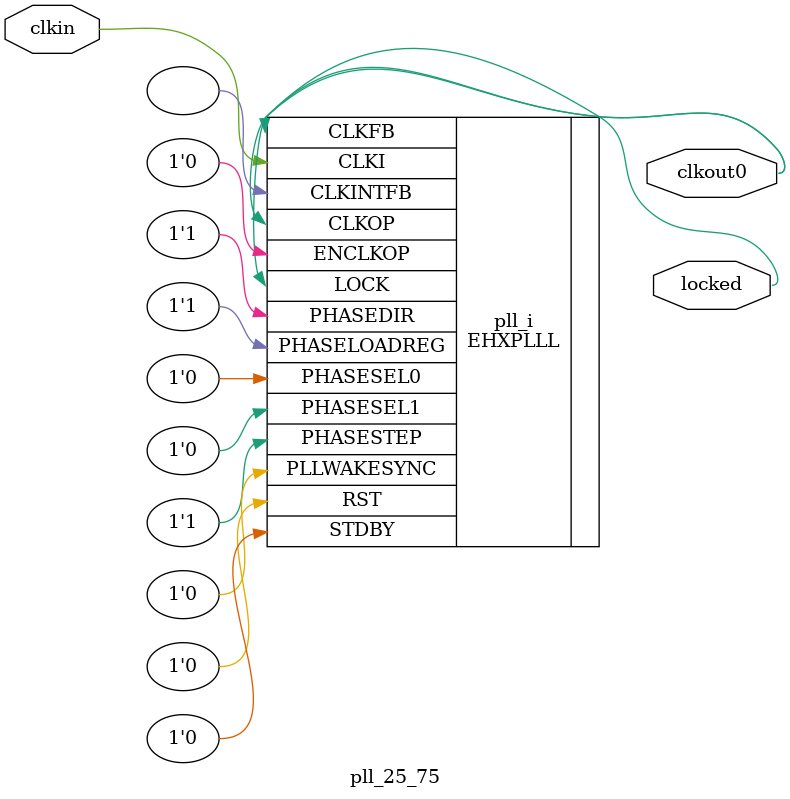
<source format=v>
module pll_25_75
(
    input clkin, // 25 MHz, 0 deg
    output clkout0, // 75 MHz, 0 deg
    output locked
);
(* FREQUENCY_PIN_CLKI="25" *)
(* FREQUENCY_PIN_CLKOP="75" *)
(* ICP_CURRENT="12" *) (* LPF_RESISTOR="8" *) (* MFG_ENABLE_FILTEROPAMP="1" *) (* MFG_GMCREF_SEL="2" *)
EHXPLLL #(
        .PLLRST_ENA("DISABLED"),
        .INTFB_WAKE("DISABLED"),
        .STDBY_ENABLE("DISABLED"),
        .DPHASE_SOURCE("DISABLED"),
        .OUTDIVIDER_MUXA("DIVA"),
        .OUTDIVIDER_MUXB("DIVB"),
        .OUTDIVIDER_MUXC("DIVC"),
        .OUTDIVIDER_MUXD("DIVD"),
        .CLKI_DIV(1),
        .CLKOP_ENABLE("ENABLED"),
        .CLKOP_DIV(8),
        .CLKOP_CPHASE(4),
        .CLKOP_FPHASE(0),
        .FEEDBK_PATH("CLKOP"),
        .CLKFB_DIV(3)
    ) pll_i (
        .RST(1'b0),
        .STDBY(1'b0),
        .CLKI(clkin),
        .CLKOP(clkout0),
        .CLKFB(clkout0),
        .CLKINTFB(),
        .PHASESEL0(1'b0),
        .PHASESEL1(1'b0),
        .PHASEDIR(1'b1),
        .PHASESTEP(1'b1),
        .PHASELOADREG(1'b1),
        .PLLWAKESYNC(1'b0),
        .ENCLKOP(1'b0),
        .LOCK(locked)
	);
endmodule

</source>
